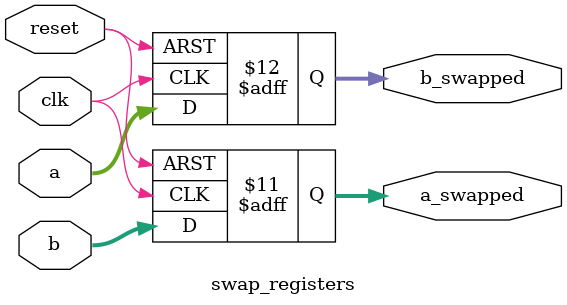
<source format=v>
module swap_registers (
    input wire clk,
    input wire reset,
    input wire [7:0] a,
    input wire [7:0] b,
    output reg [7:0] a_swapped,
    output reg [7:0] b_swapped
);
task swap;
    input [7:0] in_a;
    input [7:0] in_b;
    output reg [7:0] out_a;
    output reg [7:0] out_b;

    begin
        out_a = in_b;
        #50;
        out_b = in_a;
        #50;
    end
endtask

always @(posedge clk or posedge reset) begin
    if (reset) begin
        a_swapped <= 8'b0;
        b_swapped <= 8'b0;
    end else begin
        swap(a, b, a_swapped, b_swapped);
    end
end

endmodule

</source>
